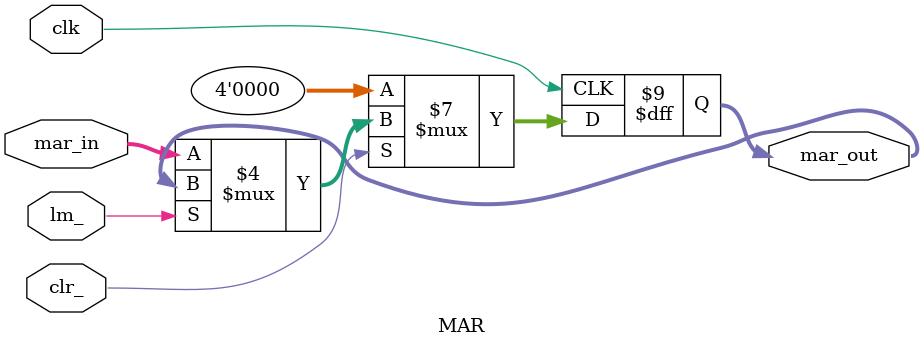
<source format=v>
module MAR(
	output reg [3:0] mar_out,
	input wire [3:0] mar_in,
	input lm_,
	input clk,
	input clr_
	);
	
	always @(posedge clk)
		if(~clr_) mar_out <= 4'b0;
		else if(~lm_) mar_out <= mar_in;	

endmodule

</source>
